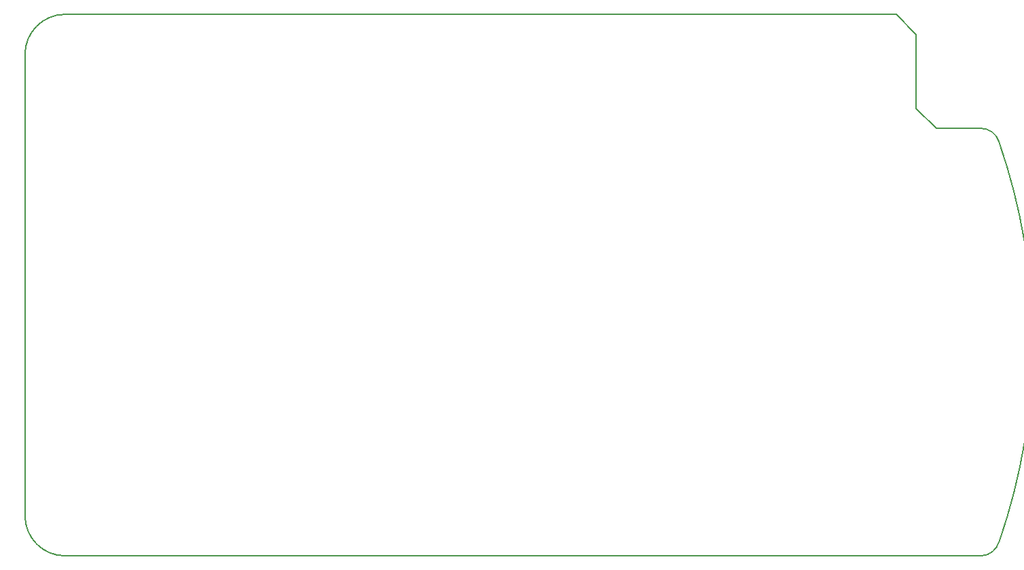
<source format=gbr>
G04 #@! TF.FileFunction,Profile,NP*
%FSLAX46Y46*%
G04 Gerber Fmt 4.6, Leading zero omitted, Abs format (unit mm)*
G04 Created by KiCad (PCBNEW 4.0.0-rc1-stable) date 11/11/2015 4:04:06 PM*
%MOMM*%
G01*
G04 APERTURE LIST*
%ADD10C,0.100000*%
%ADD11C,0.150000*%
G04 APERTURE END LIST*
D10*
D11*
X170054910Y-152399906D02*
G75*
G03X172247611Y-150640808I-118699J2394098D01*
G01*
X172228646Y-100694111D02*
G75*
G03X170000000Y-99060000I-2228646J-702689D01*
G01*
X161925000Y-96560000D02*
X164425000Y-99060000D01*
X159425000Y-84836000D02*
X161925000Y-87336000D01*
X50800000Y-147400000D02*
G75*
G03X55800000Y-152400000I5000000J0D01*
G01*
X55800000Y-84836000D02*
G75*
G03X50800000Y-89836000I0J-5000000D01*
G01*
X159425000Y-84836000D02*
X55800000Y-84836000D01*
X161925000Y-96560000D02*
X161925000Y-87336000D01*
X172265326Y-150646310D02*
G75*
G03X172212000Y-100660200I-71965326J24916310D01*
G01*
X164425000Y-99060000D02*
X170000000Y-99060000D01*
X50800000Y-147400000D02*
X50800000Y-89836000D01*
X55800000Y-152400000D02*
X170050000Y-152400000D01*
M02*

</source>
